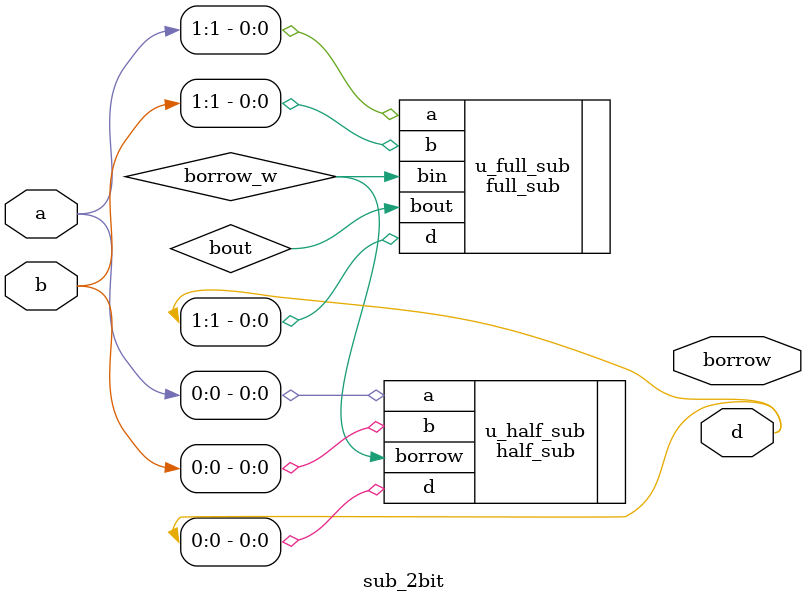
<source format=v>
module sub_2bit(
	input	[1:0]	a,
	input	[1:0]	b,
	
	output	[1:0]	d,	// Difference
	output			borrow	// Borrow
);

wire	borrow_w;


half_sub u_half_sub(
	.a		(a[0]),
	.b		(b[0]),
	.d		(d[0]),
	.borrow	(borrow_w)
);

full_sub u_full_sub(
	.a		(a[1]),
	.b		(b[1]),
	.bin	(borrow_w),
	.d		(d[1]),
	.bout	(bout)
);

endmodule

</source>
